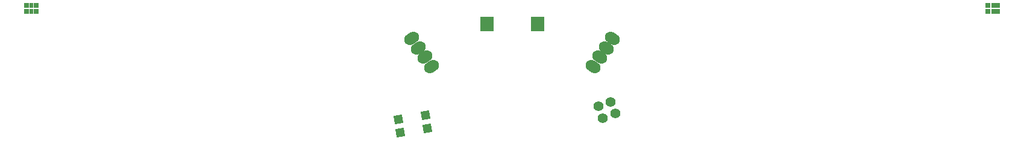
<source format=gbs>
%FSTAX23Y23*%
%MOIN*%
%SFA1B1*%

%IPPOS*%
%AMD44*
4,1,4,-0.008400,-0.032600,0.027700,0.019000,0.008400,0.032600,-0.027700,-0.019000,-0.008400,-0.032600,0.0*
1,1,0.063120,0.009700,-0.006800*
1,1,0.063120,-0.009700,0.006800*
%
%AMD45*
4,1,4,-0.027700,0.019000,0.008400,-0.032600,0.027700,-0.019000,-0.008400,0.032600,-0.027700,0.019000,0.0*
1,1,0.063120,-0.009700,-0.006800*
1,1,0.063120,0.009700,0.006800*
%
%AMD66*
4,1,4,-0.019400,-0.027200,0.027200,-0.019400,0.019400,0.027200,-0.027200,0.019400,-0.019400,-0.027200,0.0*
%
%ADD43C,0.055240*%
G04~CAMADD=44~3~0.0~0.0~631.2~867.4~0.0~0.0~0~0.0~0.0~0.0~0.0~0~0.0~0.0~0.0~0.0~0~0.0~0.0~0.0~235.0~820.0~762.0*
%ADD44D44*%
G04~CAMADD=45~3~0.0~0.0~631.2~867.4~0.0~0.0~0~0.0~0.0~0.0~0.0~0~0.0~0.0~0.0~0.0~0~0.0~0.0~0.0~125.0~820.0~762.0*
%ADD45D45*%
%ADD64R,0.025720X0.025720*%
%ADD65R,0.023750X0.025720*%
G04~CAMADD=66~10~0.0~473.7~0.0~0.0~0.0~0.0~0~0.0~0.0~0.0~0.0~0~0.0~0.0~0.0~0.0~0~0.0~0.0~0.0~189.5~473.7~0.0*
%ADD66D66*%
%ADD67R,0.076900X0.078870*%
%LNfront_flex-1*%
%LPD*%
G54D43*
X00478Y00311D03*
X00502Y00245D03*
X00569Y00269D03*
X00545Y00335D03*
G54D44*
X00447Y00532D03*
X00483Y00584D03*
X00519Y00635D03*
X00555Y00687D03*
G54D45*
X-00447Y00532D03*
X-00483Y00584D03*
X-00519Y00635D03*
X-00555Y00687D03*
G54D64*
X-02632Y00836D03*
X-02685D03*
Y0087D03*
X-02632D03*
X02685Y00836D03*
X02632D03*
Y0087D03*
X02685D03*
G54D65*
X-02659Y00836D03*
Y0087D03*
X02659Y00836D03*
Y0087D03*
G54D66*
X-00619Y00163D03*
X-00631Y00237D03*
X-00469Y00188D03*
X-00481Y00262D03*
G54D67*
X-0014Y00767D03*
X0014D03*
M02*
</source>
